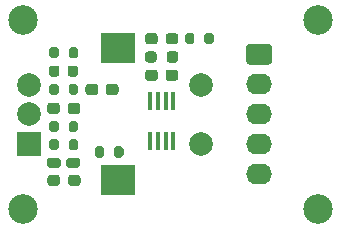
<source format=gbr>
%TF.GenerationSoftware,KiCad,Pcbnew,5.1.12-1.fc35*%
%TF.CreationDate,2021-11-27T14:31:25+00:00*%
%TF.ProjectId,kiCAD_TriSchmittHoleMount_v003.1,6b694341-445f-4547-9269-5363686d6974,rev?*%
%TF.SameCoordinates,Original*%
%TF.FileFunction,Soldermask,Top*%
%TF.FilePolarity,Negative*%
%FSLAX46Y46*%
G04 Gerber Fmt 4.6, Leading zero omitted, Abs format (unit mm)*
G04 Created by KiCad (PCBNEW 5.1.12-1.fc35) date 2021-11-27 14:31:25*
%MOMM*%
%LPD*%
G01*
G04 APERTURE LIST*
%ADD10C,2.500000*%
%ADD11O,2.190000X1.740000*%
%ADD12R,0.300000X1.600000*%
%ADD13C,2.000000*%
%ADD14R,3.000000X2.500000*%
%ADD15R,2.000000X2.000000*%
G04 APERTURE END LIST*
D10*
%TO.C,H4*%
X193000000Y-66200000D03*
%TD*%
%TO.C,R7*%
G36*
G01*
X199875000Y-77125000D02*
X199875000Y-77675000D01*
G75*
G02*
X199675000Y-77875000I-200000J0D01*
G01*
X199275000Y-77875000D01*
G75*
G02*
X199075000Y-77675000I0J200000D01*
G01*
X199075000Y-77125000D01*
G75*
G02*
X199275000Y-76925000I200000J0D01*
G01*
X199675000Y-76925000D01*
G75*
G02*
X199875000Y-77125000I0J-200000D01*
G01*
G37*
G36*
G01*
X201525000Y-77125000D02*
X201525000Y-77675000D01*
G75*
G02*
X201325000Y-77875000I-200000J0D01*
G01*
X200925000Y-77875000D01*
G75*
G02*
X200725000Y-77675000I0J200000D01*
G01*
X200725000Y-77125000D01*
G75*
G02*
X200925000Y-76925000I200000J0D01*
G01*
X201325000Y-76925000D01*
G75*
G02*
X201525000Y-77125000I0J-200000D01*
G01*
G37*
%TD*%
%TO.C,D4*%
G36*
G01*
X196831334Y-80037500D02*
X196831334Y-79562500D01*
G75*
G02*
X197068834Y-79325000I237500J0D01*
G01*
X197643834Y-79325000D01*
G75*
G02*
X197881334Y-79562500I0J-237500D01*
G01*
X197881334Y-80037500D01*
G75*
G02*
X197643834Y-80275000I-237500J0D01*
G01*
X197068834Y-80275000D01*
G75*
G02*
X196831334Y-80037500I0J237500D01*
G01*
G37*
G36*
G01*
X195081334Y-80037500D02*
X195081334Y-79562500D01*
G75*
G02*
X195318834Y-79325000I237500J0D01*
G01*
X195893834Y-79325000D01*
G75*
G02*
X196131334Y-79562500I0J-237500D01*
G01*
X196131334Y-80037500D01*
G75*
G02*
X195893834Y-80275000I-237500J0D01*
G01*
X195318834Y-80275000D01*
G75*
G02*
X195081334Y-80037500I0J237500D01*
G01*
G37*
%TD*%
%TO.C,H4*%
X218000000Y-66200000D03*
%TD*%
D11*
%TO.C,J1*%
X213000000Y-79280000D03*
X213000000Y-76740000D03*
X213000000Y-74200000D03*
X213000000Y-71660000D03*
G36*
G01*
X212154999Y-68250000D02*
X213845001Y-68250000D01*
G75*
G02*
X214095000Y-68499999I0J-249999D01*
G01*
X214095000Y-69740001D01*
G75*
G02*
X213845001Y-69990000I-249999J0D01*
G01*
X212154999Y-69990000D01*
G75*
G02*
X211905000Y-69740001I0J249999D01*
G01*
X211905000Y-68499999D01*
G75*
G02*
X212154999Y-68250000I249999J0D01*
G01*
G37*
%TD*%
D10*
%TO.C,H4*%
X218000000Y-82200000D03*
%TD*%
%TO.C,H4*%
X193000000Y-82200000D03*
%TD*%
D12*
%TO.C,U1*%
X205725000Y-76500000D03*
X205075000Y-76500000D03*
X204425000Y-76500000D03*
X203775000Y-76500000D03*
X203775000Y-73100000D03*
X204425000Y-73100000D03*
X205075000Y-73100000D03*
X205725000Y-73100000D03*
%TD*%
%TO.C,R6*%
G36*
G01*
X205175000Y-69587500D02*
X205175000Y-69112500D01*
G75*
G02*
X205412500Y-68875000I237500J0D01*
G01*
X205912500Y-68875000D01*
G75*
G02*
X206150000Y-69112500I0J-237500D01*
G01*
X206150000Y-69587500D01*
G75*
G02*
X205912500Y-69825000I-237500J0D01*
G01*
X205412500Y-69825000D01*
G75*
G02*
X205175000Y-69587500I0J237500D01*
G01*
G37*
G36*
G01*
X203350000Y-69587500D02*
X203350000Y-69112500D01*
G75*
G02*
X203587500Y-68875000I237500J0D01*
G01*
X204087500Y-68875000D01*
G75*
G02*
X204325000Y-69112500I0J-237500D01*
G01*
X204325000Y-69587500D01*
G75*
G02*
X204087500Y-69825000I-237500J0D01*
G01*
X203587500Y-69825000D01*
G75*
G02*
X203350000Y-69587500I0J237500D01*
G01*
G37*
%TD*%
%TO.C,R5*%
G36*
G01*
X208375000Y-68075000D02*
X208375000Y-67525000D01*
G75*
G02*
X208575000Y-67325000I200000J0D01*
G01*
X208975000Y-67325000D01*
G75*
G02*
X209175000Y-67525000I0J-200000D01*
G01*
X209175000Y-68075000D01*
G75*
G02*
X208975000Y-68275000I-200000J0D01*
G01*
X208575000Y-68275000D01*
G75*
G02*
X208375000Y-68075000I0J200000D01*
G01*
G37*
G36*
G01*
X206725000Y-68075000D02*
X206725000Y-67525000D01*
G75*
G02*
X206925000Y-67325000I200000J0D01*
G01*
X207325000Y-67325000D01*
G75*
G02*
X207525000Y-67525000I0J-200000D01*
G01*
X207525000Y-68075000D01*
G75*
G02*
X207325000Y-68275000I-200000J0D01*
G01*
X206925000Y-68275000D01*
G75*
G02*
X206725000Y-68075000I0J200000D01*
G01*
G37*
%TD*%
%TO.C,R4*%
G36*
G01*
X196033834Y-71825000D02*
X196033834Y-72375000D01*
G75*
G02*
X195833834Y-72575000I-200000J0D01*
G01*
X195433834Y-72575000D01*
G75*
G02*
X195233834Y-72375000I0J200000D01*
G01*
X195233834Y-71825000D01*
G75*
G02*
X195433834Y-71625000I200000J0D01*
G01*
X195833834Y-71625000D01*
G75*
G02*
X196033834Y-71825000I0J-200000D01*
G01*
G37*
G36*
G01*
X197683834Y-71825000D02*
X197683834Y-72375000D01*
G75*
G02*
X197483834Y-72575000I-200000J0D01*
G01*
X197083834Y-72575000D01*
G75*
G02*
X196883834Y-72375000I0J200000D01*
G01*
X196883834Y-71825000D01*
G75*
G02*
X197083834Y-71625000I200000J0D01*
G01*
X197483834Y-71625000D01*
G75*
G02*
X197683834Y-71825000I0J-200000D01*
G01*
G37*
%TD*%
%TO.C,R3*%
G36*
G01*
X196883834Y-69275000D02*
X196883834Y-68725000D01*
G75*
G02*
X197083834Y-68525000I200000J0D01*
G01*
X197483834Y-68525000D01*
G75*
G02*
X197683834Y-68725000I0J-200000D01*
G01*
X197683834Y-69275000D01*
G75*
G02*
X197483834Y-69475000I-200000J0D01*
G01*
X197083834Y-69475000D01*
G75*
G02*
X196883834Y-69275000I0J200000D01*
G01*
G37*
G36*
G01*
X195233834Y-69275000D02*
X195233834Y-68725000D01*
G75*
G02*
X195433834Y-68525000I200000J0D01*
G01*
X195833834Y-68525000D01*
G75*
G02*
X196033834Y-68725000I0J-200000D01*
G01*
X196033834Y-69275000D01*
G75*
G02*
X195833834Y-69475000I-200000J0D01*
G01*
X195433834Y-69475000D01*
G75*
G02*
X195233834Y-69275000I0J200000D01*
G01*
G37*
%TD*%
%TO.C,R2*%
G36*
G01*
X197683834Y-76498334D02*
X197683834Y-77048334D01*
G75*
G02*
X197483834Y-77248334I-200000J0D01*
G01*
X197083834Y-77248334D01*
G75*
G02*
X196883834Y-77048334I0J200000D01*
G01*
X196883834Y-76498334D01*
G75*
G02*
X197083834Y-76298334I200000J0D01*
G01*
X197483834Y-76298334D01*
G75*
G02*
X197683834Y-76498334I0J-200000D01*
G01*
G37*
G36*
G01*
X196033834Y-76498334D02*
X196033834Y-77048334D01*
G75*
G02*
X195833834Y-77248334I-200000J0D01*
G01*
X195433834Y-77248334D01*
G75*
G02*
X195233834Y-77048334I0J200000D01*
G01*
X195233834Y-76498334D01*
G75*
G02*
X195433834Y-76298334I200000J0D01*
G01*
X195833834Y-76298334D01*
G75*
G02*
X196033834Y-76498334I0J-200000D01*
G01*
G37*
%TD*%
%TO.C,R1*%
G36*
G01*
X195233834Y-75511668D02*
X195233834Y-74961668D01*
G75*
G02*
X195433834Y-74761668I200000J0D01*
G01*
X195833834Y-74761668D01*
G75*
G02*
X196033834Y-74961668I0J-200000D01*
G01*
X196033834Y-75511668D01*
G75*
G02*
X195833834Y-75711668I-200000J0D01*
G01*
X195433834Y-75711668D01*
G75*
G02*
X195233834Y-75511668I0J200000D01*
G01*
G37*
G36*
G01*
X196883834Y-75511668D02*
X196883834Y-74961668D01*
G75*
G02*
X197083834Y-74761668I200000J0D01*
G01*
X197483834Y-74761668D01*
G75*
G02*
X197683834Y-74961668I0J-200000D01*
G01*
X197683834Y-75511668D01*
G75*
G02*
X197483834Y-75711668I-200000J0D01*
G01*
X197083834Y-75711668D01*
G75*
G02*
X196883834Y-75511668I0J200000D01*
G01*
G37*
%TD*%
%TO.C,D3*%
G36*
G01*
X205100000Y-68037500D02*
X205100000Y-67562500D01*
G75*
G02*
X205337500Y-67325000I237500J0D01*
G01*
X205912500Y-67325000D01*
G75*
G02*
X206150000Y-67562500I0J-237500D01*
G01*
X206150000Y-68037500D01*
G75*
G02*
X205912500Y-68275000I-237500J0D01*
G01*
X205337500Y-68275000D01*
G75*
G02*
X205100000Y-68037500I0J237500D01*
G01*
G37*
G36*
G01*
X203350000Y-68037500D02*
X203350000Y-67562500D01*
G75*
G02*
X203587500Y-67325000I237500J0D01*
G01*
X204162500Y-67325000D01*
G75*
G02*
X204400000Y-67562500I0J-237500D01*
G01*
X204400000Y-68037500D01*
G75*
G02*
X204162500Y-68275000I-237500J0D01*
G01*
X203587500Y-68275000D01*
G75*
G02*
X203350000Y-68037500I0J237500D01*
G01*
G37*
%TD*%
%TO.C,D2*%
G36*
G01*
X196088834Y-70293750D02*
X196088834Y-70806250D01*
G75*
G02*
X195870084Y-71025000I-218750J0D01*
G01*
X195432584Y-71025000D01*
G75*
G02*
X195213834Y-70806250I0J218750D01*
G01*
X195213834Y-70293750D01*
G75*
G02*
X195432584Y-70075000I218750J0D01*
G01*
X195870084Y-70075000D01*
G75*
G02*
X196088834Y-70293750I0J-218750D01*
G01*
G37*
G36*
G01*
X197663834Y-70293750D02*
X197663834Y-70806250D01*
G75*
G02*
X197445084Y-71025000I-218750J0D01*
G01*
X197007584Y-71025000D01*
G75*
G02*
X196788834Y-70806250I0J218750D01*
G01*
X196788834Y-70293750D01*
G75*
G02*
X197007584Y-70075000I218750J0D01*
G01*
X197445084Y-70075000D01*
G75*
G02*
X197663834Y-70293750I0J-218750D01*
G01*
G37*
%TD*%
%TO.C,D1*%
G36*
G01*
X197863834Y-78087500D02*
X197863834Y-78512500D01*
G75*
G02*
X197651334Y-78725000I-212500J0D01*
G01*
X196851334Y-78725000D01*
G75*
G02*
X196638834Y-78512500I0J212500D01*
G01*
X196638834Y-78087500D01*
G75*
G02*
X196851334Y-77875000I212500J0D01*
G01*
X197651334Y-77875000D01*
G75*
G02*
X197863834Y-78087500I0J-212500D01*
G01*
G37*
G36*
G01*
X196238834Y-78087500D02*
X196238834Y-78512500D01*
G75*
G02*
X196026334Y-78725000I-212500J0D01*
G01*
X195226334Y-78725000D01*
G75*
G02*
X195013834Y-78512500I0J212500D01*
G01*
X195013834Y-78087500D01*
G75*
G02*
X195226334Y-77875000I212500J0D01*
G01*
X196026334Y-77875000D01*
G75*
G02*
X196238834Y-78087500I0J-212500D01*
G01*
G37*
%TD*%
%TO.C,C3*%
G36*
G01*
X205075000Y-71137500D02*
X205075000Y-70662500D01*
G75*
G02*
X205312500Y-70425000I237500J0D01*
G01*
X205912500Y-70425000D01*
G75*
G02*
X206150000Y-70662500I0J-237500D01*
G01*
X206150000Y-71137500D01*
G75*
G02*
X205912500Y-71375000I-237500J0D01*
G01*
X205312500Y-71375000D01*
G75*
G02*
X205075000Y-71137500I0J237500D01*
G01*
G37*
G36*
G01*
X203350000Y-71137500D02*
X203350000Y-70662500D01*
G75*
G02*
X203587500Y-70425000I237500J0D01*
G01*
X204187500Y-70425000D01*
G75*
G02*
X204425000Y-70662500I0J-237500D01*
G01*
X204425000Y-71137500D01*
G75*
G02*
X204187500Y-71375000I-237500J0D01*
G01*
X203587500Y-71375000D01*
G75*
G02*
X203350000Y-71137500I0J237500D01*
G01*
G37*
%TD*%
%TO.C,C2*%
G36*
G01*
X199375000Y-71862500D02*
X199375000Y-72337500D01*
G75*
G02*
X199137500Y-72575000I-237500J0D01*
G01*
X198537500Y-72575000D01*
G75*
G02*
X198300000Y-72337500I0J237500D01*
G01*
X198300000Y-71862500D01*
G75*
G02*
X198537500Y-71625000I237500J0D01*
G01*
X199137500Y-71625000D01*
G75*
G02*
X199375000Y-71862500I0J-237500D01*
G01*
G37*
G36*
G01*
X201100000Y-71862500D02*
X201100000Y-72337500D01*
G75*
G02*
X200862500Y-72575000I-237500J0D01*
G01*
X200262500Y-72575000D01*
G75*
G02*
X200025000Y-72337500I0J237500D01*
G01*
X200025000Y-71862500D01*
G75*
G02*
X200262500Y-71625000I237500J0D01*
G01*
X200862500Y-71625000D01*
G75*
G02*
X201100000Y-71862500I0J-237500D01*
G01*
G37*
%TD*%
%TO.C,C1*%
G36*
G01*
X195058834Y-73937500D02*
X195058834Y-73462500D01*
G75*
G02*
X195296334Y-73225000I237500J0D01*
G01*
X195896334Y-73225000D01*
G75*
G02*
X196133834Y-73462500I0J-237500D01*
G01*
X196133834Y-73937500D01*
G75*
G02*
X195896334Y-74175000I-237500J0D01*
G01*
X195296334Y-74175000D01*
G75*
G02*
X195058834Y-73937500I0J237500D01*
G01*
G37*
G36*
G01*
X196783834Y-73937500D02*
X196783834Y-73462500D01*
G75*
G02*
X197021334Y-73225000I237500J0D01*
G01*
X197621334Y-73225000D01*
G75*
G02*
X197858834Y-73462500I0J-237500D01*
G01*
X197858834Y-73937500D01*
G75*
G02*
X197621334Y-74175000I-237500J0D01*
G01*
X197021334Y-74175000D01*
G75*
G02*
X196783834Y-73937500I0J237500D01*
G01*
G37*
%TD*%
D13*
%TO.C,SW1*%
X208050000Y-71700000D03*
X208050000Y-76700000D03*
D14*
X201050000Y-68600000D03*
X201050000Y-79800000D03*
D13*
X193550000Y-71700000D03*
X193550000Y-74200000D03*
D15*
X193550000Y-76700000D03*
%TD*%
M02*

</source>
